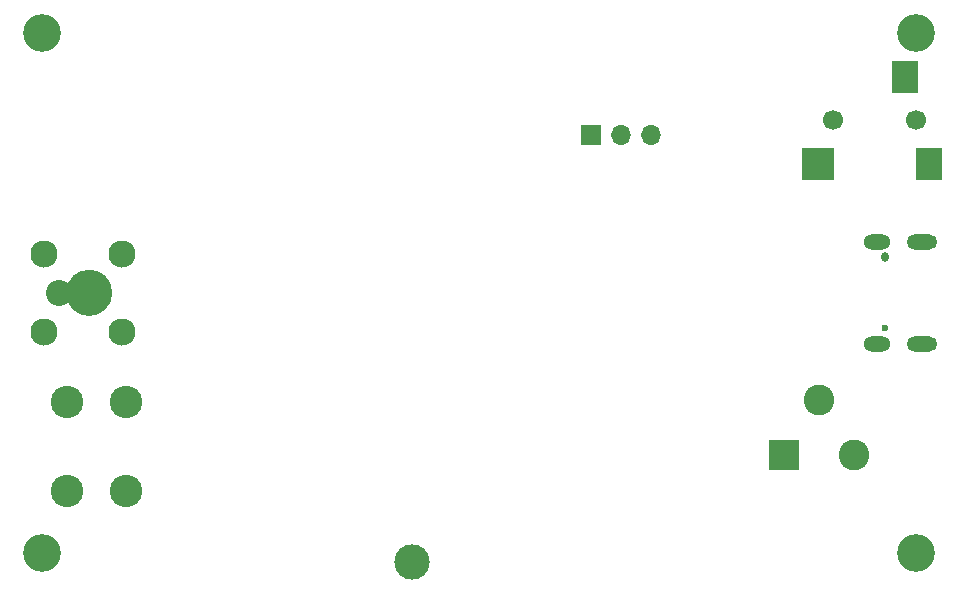
<source format=gbs>
G04 #@! TF.GenerationSoftware,KiCad,Pcbnew,7.0.6-7.0.6~ubuntu20.04.1*
G04 #@! TF.CreationDate,2024-01-10T11:24:15-08:00*
G04 #@! TF.ProjectId,harp_lick_detector_capactive,68617270-5f6c-4696-936b-5f6465746563,rev?*
G04 #@! TF.SameCoordinates,PX640a5a0PY7088980*
G04 #@! TF.FileFunction,Soldermask,Bot*
G04 #@! TF.FilePolarity,Negative*
%FSLAX46Y46*%
G04 Gerber Fmt 4.6, Leading zero omitted, Abs format (unit mm)*
G04 Created by KiCad (PCBNEW 7.0.6-7.0.6~ubuntu20.04.1) date 2024-01-10 11:24:15*
%MOMM*%
%LPD*%
G01*
G04 APERTURE LIST*
%ADD10C,1.975000*%
%ADD11C,2.200000*%
%ADD12C,2.300000*%
%ADD13R,2.600000X2.600000*%
%ADD14C,2.600000*%
%ADD15C,3.200000*%
%ADD16C,0.600000*%
%ADD17O,0.600000X0.850000*%
%ADD18O,2.300000X1.300000*%
%ADD19O,2.600000X1.300000*%
%ADD20C,2.750000*%
%ADD21R,1.700000X1.700000*%
%ADD22O,1.700000X1.700000*%
%ADD23C,3.000000*%
%ADD24C,1.700000*%
%ADD25R,2.200000X2.800000*%
%ADD26R,2.800000X2.800000*%
G04 APERTURE END LIST*
D10*
X7987500Y25000000D02*
G75*
G03*
X7987500Y25000000I-987500J0D01*
G01*
D11*
G04 #@! TO.C,J3*
X7000000Y25000000D03*
X4460000Y25000000D03*
D12*
X3190000Y21723400D03*
X9743200Y21723400D03*
X3190000Y28276600D03*
X9743200Y28276600D03*
G04 #@! TD*
D13*
G04 #@! TO.C,J6*
X65800000Y11250000D03*
D14*
X71800000Y11250000D03*
X68800000Y15950000D03*
G04 #@! TD*
D15*
G04 #@! TO.C,REF\u002A\u002A*
X77000000Y3000000D03*
G04 #@! TD*
G04 #@! TO.C,REF\u002A\u002A*
X77000000Y47000000D03*
G04 #@! TD*
D16*
G04 #@! TO.C,J5*
X74400000Y22000000D03*
D17*
X74400000Y28000000D03*
D18*
X73675000Y20680000D03*
D19*
X77500000Y20680000D03*
D18*
X73675000Y29320000D03*
D19*
X77500000Y29320000D03*
G04 #@! TD*
D15*
G04 #@! TO.C,REF\u002A\u002A*
X3000000Y47000000D03*
G04 #@! TD*
G04 #@! TO.C,REF\u002A\u002A*
X3000000Y3000000D03*
G04 #@! TD*
D20*
G04 #@! TO.C,H1*
X10100000Y15750000D03*
X5100000Y15750000D03*
X10100000Y8250000D03*
X5100000Y8250000D03*
G04 #@! TD*
D21*
G04 #@! TO.C,J2*
X49500000Y38400000D03*
D22*
X52040000Y38400000D03*
X54580000Y38400000D03*
G04 #@! TD*
D23*
G04 #@! TO.C,TP1*
X34300000Y2200000D03*
G04 #@! TD*
D24*
G04 #@! TO.C,J4*
X70000000Y39600000D03*
X77000000Y39600000D03*
D25*
X76100000Y43300000D03*
X78100000Y35900000D03*
D26*
X68700000Y35900000D03*
G04 #@! TD*
M02*

</source>
